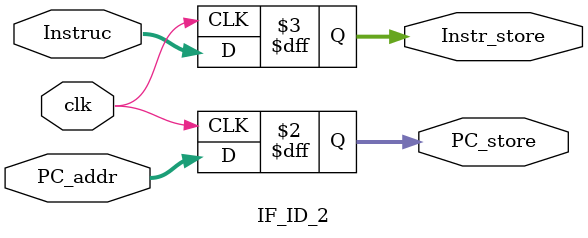
<source format=v>
module IF_ID_2
(

    input clk,
    input [63:0] PC_addr,
    input [31:0] Instruc,
    output reg [63:0] PC_store,
    output reg [31:0] Instr_store
);




always @(negedge clk) begin
    PC_store = PC_addr;
    Instr_store = Instruc;
    
end



endmodule // IF_ID  
</source>
